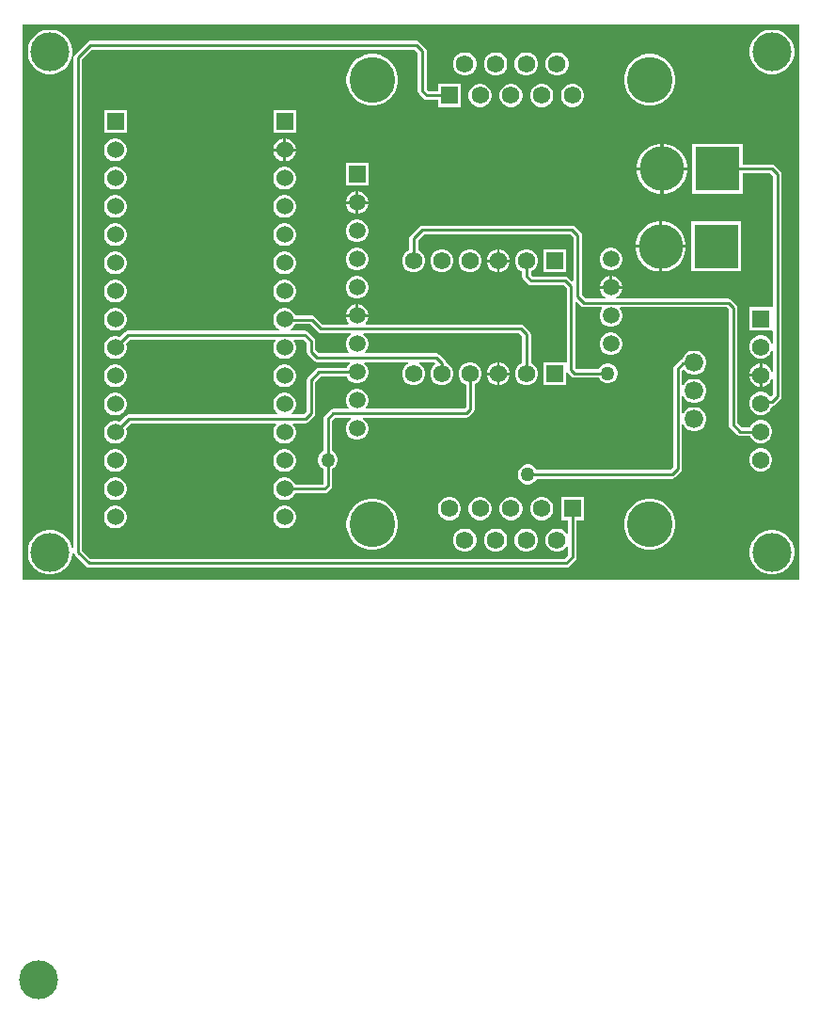
<source format=gbl>
G04*
G04 #@! TF.GenerationSoftware,Altium Limited,Altium Designer,22.8.2 (66)*
G04*
G04 Layer_Physical_Order=2*
G04 Layer_Color=16711680*
%FSLAX42Y42*%
%MOMM*%
G71*
G04*
G04 #@! TF.SameCoordinates,4D0E1578-71B7-4E3A-80EC-8B728BAD2CF4*
G04*
G04*
G04 #@! TF.FilePolarity,Positive*
G04*
G01*
G75*
%ADD13C,0.25*%
%ADD35C,4.12*%
%ADD36R,1.58X1.58*%
%ADD37C,1.58*%
%ADD38R,1.51X1.51*%
%ADD39C,1.51*%
%ADD40C,1.53*%
%ADD41R,1.53X1.53*%
%ADD42R,1.56X1.56*%
%ADD43C,1.56*%
%ADD44C,4.00*%
%ADD45R,4.00X4.00*%
%ADD46C,3.50*%
%ADD47R,1.56X1.56*%
%ADD48C,1.68*%
%ADD49C,1.27*%
G36*
X7000D02*
X0D01*
Y5000D01*
X7000D01*
Y0D01*
D02*
G37*
%LPC*%
G36*
X6770Y4950D02*
X6730D01*
X6692Y4943D01*
X6655Y4928D01*
X6622Y4906D01*
X6594Y4878D01*
X6572Y4845D01*
X6557Y4808D01*
X6550Y4770D01*
Y4730D01*
X6557Y4692D01*
X6572Y4655D01*
X6594Y4622D01*
X6622Y4594D01*
X6655Y4572D01*
X6692Y4557D01*
X6730Y4550D01*
X6770D01*
X6808Y4557D01*
X6845Y4572D01*
X6878Y4594D01*
X6906Y4622D01*
X6928Y4655D01*
X6943Y4692D01*
X6950Y4730D01*
Y4770D01*
X6943Y4808D01*
X6928Y4845D01*
X6906Y4878D01*
X6878Y4906D01*
X6845Y4928D01*
X6808Y4943D01*
X6770Y4950D01*
D02*
G37*
G36*
X270D02*
X230D01*
X192Y4943D01*
X155Y4928D01*
X122Y4906D01*
X94Y4878D01*
X72Y4845D01*
X57Y4808D01*
X50Y4770D01*
Y4730D01*
X57Y4692D01*
X72Y4655D01*
X94Y4622D01*
X122Y4594D01*
X155Y4572D01*
X192Y4557D01*
X230Y4550D01*
X270D01*
X308Y4557D01*
X345Y4572D01*
X378Y4594D01*
X406Y4622D01*
X428Y4655D01*
X443Y4692D01*
X450Y4730D01*
Y4770D01*
X443Y4808D01*
X428Y4845D01*
X406Y4878D01*
X378Y4906D01*
X345Y4928D01*
X308Y4943D01*
X270Y4950D01*
D02*
G37*
G36*
X4829Y4746D02*
X4802D01*
X4775Y4739D01*
X4752Y4725D01*
X4732Y4706D01*
X4718Y4682D01*
X4711Y4656D01*
Y4628D01*
X4718Y4602D01*
X4732Y4578D01*
X4752Y4559D01*
X4775Y4545D01*
X4802Y4538D01*
X4829D01*
X4856Y4545D01*
X4879Y4559D01*
X4899Y4578D01*
X4913Y4602D01*
X4920Y4628D01*
Y4656D01*
X4913Y4682D01*
X4899Y4706D01*
X4879Y4725D01*
X4856Y4739D01*
X4829Y4746D01*
D02*
G37*
G36*
X4552D02*
X4525D01*
X4498Y4739D01*
X4475Y4725D01*
X4455Y4706D01*
X4441Y4682D01*
X4434Y4656D01*
Y4628D01*
X4441Y4602D01*
X4455Y4578D01*
X4475Y4559D01*
X4498Y4545D01*
X4525Y4538D01*
X4552D01*
X4579Y4545D01*
X4602Y4559D01*
X4622Y4578D01*
X4636Y4602D01*
X4643Y4628D01*
Y4656D01*
X4636Y4682D01*
X4622Y4706D01*
X4602Y4725D01*
X4579Y4739D01*
X4552Y4746D01*
D02*
G37*
G36*
X4275D02*
X4248D01*
X4221Y4739D01*
X4198Y4725D01*
X4178Y4706D01*
X4164Y4682D01*
X4157Y4656D01*
Y4628D01*
X4164Y4602D01*
X4178Y4578D01*
X4198Y4559D01*
X4221Y4545D01*
X4248Y4538D01*
X4275D01*
X4302Y4545D01*
X4325Y4559D01*
X4345Y4578D01*
X4359Y4602D01*
X4366Y4628D01*
Y4656D01*
X4359Y4682D01*
X4345Y4706D01*
X4325Y4725D01*
X4302Y4739D01*
X4275Y4746D01*
D02*
G37*
G36*
X3998D02*
X3971D01*
X3944Y4739D01*
X3921Y4725D01*
X3901Y4706D01*
X3887Y4682D01*
X3880Y4656D01*
Y4628D01*
X3887Y4602D01*
X3901Y4578D01*
X3921Y4559D01*
X3944Y4545D01*
X3971Y4538D01*
X3998D01*
X4025Y4545D01*
X4048Y4559D01*
X4068Y4578D01*
X4082Y4602D01*
X4089Y4628D01*
Y4656D01*
X4082Y4682D01*
X4068Y4706D01*
X4048Y4725D01*
X4025Y4739D01*
X3998Y4746D01*
D02*
G37*
G36*
X5672Y4731D02*
X5627D01*
X5582Y4722D01*
X5540Y4705D01*
X5502Y4680D01*
X5470Y4647D01*
X5445Y4610D01*
X5427Y4567D01*
X5418Y4523D01*
Y4477D01*
X5427Y4433D01*
X5445Y4390D01*
X5470Y4353D01*
X5502Y4320D01*
X5540Y4295D01*
X5582Y4278D01*
X5627Y4269D01*
X5672D01*
X5717Y4278D01*
X5759Y4295D01*
X5797Y4320D01*
X5829Y4353D01*
X5854Y4390D01*
X5872Y4433D01*
X5881Y4477D01*
Y4523D01*
X5872Y4567D01*
X5854Y4610D01*
X5829Y4647D01*
X5797Y4680D01*
X5759Y4705D01*
X5717Y4722D01*
X5672Y4731D01*
D02*
G37*
G36*
X3173D02*
X3128D01*
X3083Y4722D01*
X3041Y4705D01*
X3003Y4680D01*
X2971Y4647D01*
X2946Y4610D01*
X2928Y4567D01*
X2919Y4523D01*
Y4477D01*
X2928Y4433D01*
X2946Y4390D01*
X2971Y4353D01*
X3003Y4320D01*
X3041Y4295D01*
X3083Y4278D01*
X3128Y4269D01*
X3173D01*
X3218Y4278D01*
X3260Y4295D01*
X3298Y4320D01*
X3330Y4353D01*
X3355Y4390D01*
X3373Y4433D01*
X3382Y4477D01*
Y4523D01*
X3373Y4567D01*
X3355Y4610D01*
X3330Y4647D01*
X3298Y4680D01*
X3260Y4705D01*
X3218Y4722D01*
X3173Y4731D01*
D02*
G37*
G36*
X4968Y4462D02*
X4940D01*
X4914Y4455D01*
X4890Y4441D01*
X4871Y4422D01*
X4857Y4398D01*
X4850Y4372D01*
Y4344D01*
X4857Y4318D01*
X4871Y4294D01*
X4890Y4275D01*
X4914Y4261D01*
X4940Y4254D01*
X4968D01*
X4994Y4261D01*
X5018Y4275D01*
X5037Y4294D01*
X5051Y4318D01*
X5058Y4344D01*
Y4372D01*
X5051Y4398D01*
X5037Y4422D01*
X5018Y4441D01*
X4994Y4455D01*
X4968Y4462D01*
D02*
G37*
G36*
X4691D02*
X4663D01*
X4637Y4455D01*
X4613Y4441D01*
X4594Y4422D01*
X4580Y4398D01*
X4573Y4372D01*
Y4344D01*
X4580Y4318D01*
X4594Y4294D01*
X4613Y4275D01*
X4637Y4261D01*
X4663Y4254D01*
X4691D01*
X4717Y4261D01*
X4741Y4275D01*
X4760Y4294D01*
X4774Y4318D01*
X4781Y4344D01*
Y4372D01*
X4774Y4398D01*
X4760Y4422D01*
X4741Y4441D01*
X4717Y4455D01*
X4691Y4462D01*
D02*
G37*
G36*
X4414D02*
X4386D01*
X4360Y4455D01*
X4336Y4441D01*
X4317Y4422D01*
X4303Y4398D01*
X4296Y4372D01*
Y4344D01*
X4303Y4318D01*
X4317Y4294D01*
X4336Y4275D01*
X4360Y4261D01*
X4386Y4254D01*
X4414D01*
X4440Y4261D01*
X4464Y4275D01*
X4483Y4294D01*
X4497Y4318D01*
X4504Y4344D01*
Y4372D01*
X4497Y4398D01*
X4483Y4422D01*
X4464Y4441D01*
X4440Y4455D01*
X4414Y4462D01*
D02*
G37*
G36*
X4137D02*
X4109D01*
X4083Y4455D01*
X4059Y4441D01*
X4040Y4422D01*
X4026Y4398D01*
X4019Y4372D01*
Y4344D01*
X4026Y4318D01*
X4040Y4294D01*
X4059Y4275D01*
X4083Y4261D01*
X4109Y4254D01*
X4137D01*
X4163Y4261D01*
X4187Y4275D01*
X4206Y4294D01*
X4220Y4318D01*
X4227Y4344D01*
Y4372D01*
X4220Y4398D01*
X4206Y4422D01*
X4187Y4441D01*
X4163Y4455D01*
X4137Y4462D01*
D02*
G37*
G36*
X3549Y4849D02*
X610D01*
X595Y4846D01*
X583Y4838D01*
X473Y4727D01*
X464Y4715D01*
X461Y4700D01*
Y281D01*
X448Y280D01*
X443Y308D01*
X428Y345D01*
X406Y378D01*
X378Y406D01*
X345Y428D01*
X308Y443D01*
X270Y450D01*
X230D01*
X192Y443D01*
X155Y428D01*
X122Y406D01*
X94Y378D01*
X72Y345D01*
X57Y308D01*
X50Y270D01*
Y230D01*
X57Y192D01*
X72Y155D01*
X94Y122D01*
X122Y94D01*
X155Y72D01*
X192Y57D01*
X230Y50D01*
X270D01*
X308Y57D01*
X345Y72D01*
X378Y94D01*
X406Y122D01*
X428Y155D01*
X443Y192D01*
X450Y230D01*
Y239D01*
X463Y240D01*
X464Y235D01*
X473Y223D01*
X573Y123D01*
X585Y114D01*
X600Y111D01*
X4900D01*
X4915Y114D01*
X4927Y123D01*
X4981Y177D01*
X4990Y189D01*
X4993Y204D01*
Y538D01*
X5058D01*
Y746D01*
X4850D01*
Y538D01*
X4915D01*
Y419D01*
X4902Y416D01*
X4899Y422D01*
X4879Y441D01*
X4856Y455D01*
X4829Y462D01*
X4802D01*
X4775Y455D01*
X4752Y441D01*
X4732Y422D01*
X4718Y398D01*
X4711Y372D01*
Y344D01*
X4718Y318D01*
X4732Y294D01*
X4752Y275D01*
X4775Y261D01*
X4802Y254D01*
X4829D01*
X4856Y261D01*
X4879Y275D01*
X4899Y294D01*
X4902Y300D01*
X4915Y297D01*
Y220D01*
X4884Y189D01*
X616D01*
X539Y266D01*
Y4684D01*
X626Y4771D01*
X3533D01*
X3561Y4743D01*
Y4400D01*
X3564Y4385D01*
X3573Y4373D01*
X3615Y4331D01*
X3627Y4322D01*
X3642Y4319D01*
X3742D01*
Y4254D01*
X3950D01*
Y4462D01*
X3742D01*
Y4397D01*
X3658D01*
X3639Y4416D01*
Y4759D01*
X3636Y4774D01*
X3627Y4786D01*
X3576Y4838D01*
X3564Y4846D01*
X3549Y4849D01*
D02*
G37*
G36*
X2464Y4223D02*
X2260D01*
Y4020D01*
X2464D01*
Y4223D01*
D02*
G37*
G36*
X940D02*
X736D01*
Y4020D01*
X940D01*
Y4223D01*
D02*
G37*
G36*
X2375Y3969D02*
X2375D01*
Y3880D01*
X2464D01*
Y3881D01*
X2457Y3907D01*
X2444Y3930D01*
X2425Y3949D01*
X2401Y3962D01*
X2375Y3969D01*
D02*
G37*
G36*
X2349D02*
X2349D01*
X2323Y3962D01*
X2299Y3949D01*
X2280Y3930D01*
X2267Y3907D01*
X2260Y3881D01*
Y3880D01*
X2349D01*
Y3969D01*
D02*
G37*
G36*
X2464Y3855D02*
X2375D01*
Y3766D01*
X2375D01*
X2401Y3773D01*
X2425Y3786D01*
X2444Y3805D01*
X2457Y3828D01*
X2464Y3854D01*
Y3855D01*
D02*
G37*
G36*
X2349D02*
X2260D01*
Y3854D01*
X2267Y3828D01*
X2280Y3805D01*
X2299Y3786D01*
X2323Y3773D01*
X2349Y3766D01*
X2349D01*
Y3855D01*
D02*
G37*
G36*
X851Y3969D02*
X825D01*
X799Y3962D01*
X775Y3949D01*
X756Y3930D01*
X743Y3907D01*
X736Y3881D01*
Y3854D01*
X743Y3828D01*
X756Y3805D01*
X775Y3786D01*
X799Y3773D01*
X825Y3766D01*
X851D01*
X877Y3773D01*
X901Y3786D01*
X920Y3805D01*
X933Y3828D01*
X940Y3854D01*
Y3881D01*
X933Y3907D01*
X920Y3930D01*
X901Y3949D01*
X877Y3962D01*
X851Y3969D01*
D02*
G37*
G36*
X5782Y3925D02*
X5773D01*
Y3713D01*
X5985D01*
Y3722D01*
X5977Y3766D01*
X5960Y3807D01*
X5935Y3844D01*
X5904Y3875D01*
X5867Y3900D01*
X5826Y3917D01*
X5782Y3925D01*
D02*
G37*
G36*
X5747D02*
X5738D01*
X5694Y3917D01*
X5653Y3900D01*
X5616Y3875D01*
X5585Y3844D01*
X5560Y3807D01*
X5543Y3766D01*
X5535Y3722D01*
Y3713D01*
X5747D01*
Y3925D01*
D02*
G37*
G36*
X3115Y3749D02*
X2913D01*
Y3547D01*
X3115D01*
Y3749D01*
D02*
G37*
G36*
X2375Y3715D02*
X2349D01*
X2323Y3708D01*
X2299Y3695D01*
X2280Y3676D01*
X2267Y3653D01*
X2260Y3627D01*
Y3600D01*
X2267Y3574D01*
X2280Y3551D01*
X2299Y3532D01*
X2323Y3519D01*
X2349Y3512D01*
X2375D01*
X2401Y3519D01*
X2425Y3532D01*
X2444Y3551D01*
X2457Y3574D01*
X2464Y3600D01*
Y3627D01*
X2457Y3653D01*
X2444Y3676D01*
X2425Y3695D01*
X2401Y3708D01*
X2375Y3715D01*
D02*
G37*
G36*
X851D02*
X825D01*
X799Y3708D01*
X775Y3695D01*
X756Y3676D01*
X743Y3653D01*
X736Y3627D01*
Y3600D01*
X743Y3574D01*
X756Y3551D01*
X775Y3532D01*
X799Y3519D01*
X825Y3512D01*
X851D01*
X877Y3519D01*
X901Y3532D01*
X920Y3551D01*
X933Y3574D01*
X940Y3600D01*
Y3627D01*
X933Y3653D01*
X920Y3676D01*
X901Y3695D01*
X877Y3708D01*
X851Y3715D01*
D02*
G37*
G36*
X5985Y3687D02*
X5773D01*
Y3475D01*
X5782D01*
X5826Y3483D01*
X5867Y3500D01*
X5904Y3525D01*
X5935Y3556D01*
X5960Y3593D01*
X5977Y3634D01*
X5985Y3678D01*
Y3687D01*
D02*
G37*
G36*
X5747D02*
X5535D01*
Y3678D01*
X5543Y3634D01*
X5560Y3593D01*
X5585Y3556D01*
X5616Y3525D01*
X5653Y3500D01*
X5694Y3483D01*
X5738Y3475D01*
X5747D01*
Y3687D01*
D02*
G37*
G36*
X3027Y3495D02*
X3027D01*
Y3407D01*
X3115D01*
Y3407D01*
X3108Y3433D01*
X3095Y3456D01*
X3076Y3475D01*
X3053Y3488D01*
X3027Y3495D01*
D02*
G37*
G36*
X3001D02*
X3001D01*
X2975Y3488D01*
X2952Y3475D01*
X2933Y3456D01*
X2920Y3433D01*
X2913Y3407D01*
Y3407D01*
X3001D01*
Y3495D01*
D02*
G37*
G36*
X3115Y3381D02*
X3027D01*
Y3293D01*
X3027D01*
X3053Y3300D01*
X3076Y3313D01*
X3095Y3332D01*
X3108Y3355D01*
X3115Y3381D01*
Y3381D01*
D02*
G37*
G36*
X3001D02*
X2913D01*
Y3381D01*
X2920Y3355D01*
X2933Y3332D01*
X2952Y3313D01*
X2975Y3300D01*
X3001Y3293D01*
X3001D01*
Y3381D01*
D02*
G37*
G36*
X2375Y3461D02*
X2349D01*
X2323Y3454D01*
X2299Y3441D01*
X2280Y3422D01*
X2267Y3399D01*
X2260Y3373D01*
Y3346D01*
X2267Y3320D01*
X2280Y3297D01*
X2299Y3278D01*
X2323Y3265D01*
X2349Y3258D01*
X2375D01*
X2401Y3265D01*
X2425Y3278D01*
X2444Y3297D01*
X2457Y3320D01*
X2464Y3346D01*
Y3373D01*
X2457Y3399D01*
X2444Y3422D01*
X2425Y3441D01*
X2401Y3454D01*
X2375Y3461D01*
D02*
G37*
G36*
X851D02*
X825D01*
X799Y3454D01*
X775Y3441D01*
X756Y3422D01*
X743Y3399D01*
X736Y3373D01*
Y3346D01*
X743Y3320D01*
X756Y3297D01*
X775Y3278D01*
X799Y3265D01*
X825Y3258D01*
X851D01*
X877Y3265D01*
X901Y3278D01*
X920Y3297D01*
X933Y3320D01*
X940Y3346D01*
Y3373D01*
X933Y3399D01*
X920Y3422D01*
X901Y3441D01*
X877Y3454D01*
X851Y3461D01*
D02*
G37*
G36*
X3027Y3241D02*
X3001D01*
X2975Y3234D01*
X2952Y3221D01*
X2933Y3202D01*
X2920Y3179D01*
X2913Y3153D01*
Y3127D01*
X2920Y3101D01*
X2933Y3078D01*
X2952Y3059D01*
X2975Y3046D01*
X3001Y3039D01*
X3027D01*
X3053Y3046D01*
X3076Y3059D01*
X3095Y3078D01*
X3108Y3101D01*
X3115Y3127D01*
Y3153D01*
X3108Y3179D01*
X3095Y3202D01*
X3076Y3221D01*
X3053Y3234D01*
X3027Y3241D01*
D02*
G37*
G36*
X5772Y3225D02*
X5763D01*
Y3013D01*
X5975D01*
Y3022D01*
X5967Y3066D01*
X5950Y3107D01*
X5925Y3144D01*
X5894Y3175D01*
X5857Y3200D01*
X5816Y3217D01*
X5772Y3225D01*
D02*
G37*
G36*
X5737D02*
X5728D01*
X5684Y3217D01*
X5643Y3200D01*
X5606Y3175D01*
X5575Y3144D01*
X5550Y3107D01*
X5533Y3066D01*
X5525Y3022D01*
Y3013D01*
X5737D01*
Y3225D01*
D02*
G37*
G36*
X2375Y3207D02*
X2349D01*
X2323Y3200D01*
X2299Y3187D01*
X2280Y3168D01*
X2267Y3145D01*
X2260Y3119D01*
Y3092D01*
X2267Y3066D01*
X2280Y3043D01*
X2299Y3024D01*
X2323Y3011D01*
X2349Y3004D01*
X2375D01*
X2401Y3011D01*
X2425Y3024D01*
X2444Y3043D01*
X2457Y3066D01*
X2464Y3092D01*
Y3119D01*
X2457Y3145D01*
X2444Y3168D01*
X2425Y3187D01*
X2401Y3200D01*
X2375Y3207D01*
D02*
G37*
G36*
X851D02*
X825D01*
X799Y3200D01*
X775Y3187D01*
X756Y3168D01*
X743Y3145D01*
X736Y3119D01*
Y3092D01*
X743Y3066D01*
X756Y3043D01*
X775Y3024D01*
X799Y3011D01*
X825Y3004D01*
X851D01*
X877Y3011D01*
X901Y3024D01*
X920Y3043D01*
X933Y3066D01*
X940Y3092D01*
Y3119D01*
X933Y3145D01*
X920Y3168D01*
X901Y3187D01*
X877Y3200D01*
X851Y3207D01*
D02*
G37*
G36*
X4300Y2975D02*
X4299D01*
Y2884D01*
X4390D01*
Y2885D01*
X4383Y2911D01*
X4369Y2935D01*
X4350Y2954D01*
X4327Y2968D01*
X4300Y2975D01*
D02*
G37*
G36*
X4274D02*
X4273D01*
X4247Y2968D01*
X4223Y2954D01*
X4204Y2935D01*
X4190Y2911D01*
X4183Y2885D01*
Y2884D01*
X4274D01*
Y2975D01*
D02*
G37*
G36*
X5313Y2987D02*
X5287D01*
X5261Y2980D01*
X5238Y2967D01*
X5219Y2948D01*
X5206Y2925D01*
X5199Y2899D01*
Y2873D01*
X5206Y2847D01*
X5219Y2824D01*
X5238Y2805D01*
X5261Y2792D01*
X5287Y2785D01*
X5313D01*
X5339Y2792D01*
X5362Y2805D01*
X5381Y2824D01*
X5394Y2847D01*
X5401Y2873D01*
Y2899D01*
X5394Y2925D01*
X5381Y2948D01*
X5362Y2967D01*
X5339Y2980D01*
X5313Y2987D01*
D02*
G37*
G36*
X3027D02*
X3001D01*
X2975Y2980D01*
X2952Y2967D01*
X2933Y2948D01*
X2920Y2925D01*
X2913Y2899D01*
Y2873D01*
X2920Y2847D01*
X2933Y2824D01*
X2952Y2805D01*
X2975Y2792D01*
X3001Y2785D01*
X3027D01*
X3053Y2792D01*
X3076Y2805D01*
X3095Y2824D01*
X3108Y2847D01*
X3115Y2873D01*
Y2899D01*
X3108Y2925D01*
X3095Y2948D01*
X3076Y2967D01*
X3053Y2980D01*
X3027Y2987D01*
D02*
G37*
G36*
X6475Y3225D02*
X6025D01*
Y2775D01*
X6475D01*
Y3225D01*
D02*
G37*
G36*
X5975Y2987D02*
X5763D01*
Y2775D01*
X5772D01*
X5816Y2783D01*
X5857Y2800D01*
X5894Y2825D01*
X5925Y2856D01*
X5950Y2893D01*
X5967Y2934D01*
X5975Y2978D01*
Y2987D01*
D02*
G37*
G36*
X5737D02*
X5525D01*
Y2978D01*
X5533Y2934D01*
X5550Y2893D01*
X5575Y2856D01*
X5606Y2825D01*
X5643Y2800D01*
X5684Y2783D01*
X5728Y2775D01*
X5737D01*
Y2987D01*
D02*
G37*
G36*
X4898Y2975D02*
X4691D01*
Y2768D01*
X4898D01*
Y2975D01*
D02*
G37*
G36*
X4390Y2859D02*
X4299D01*
Y2768D01*
X4300D01*
X4327Y2775D01*
X4350Y2789D01*
X4369Y2808D01*
X4383Y2831D01*
X4390Y2858D01*
Y2859D01*
D02*
G37*
G36*
X4274D02*
X4183D01*
Y2858D01*
X4190Y2831D01*
X4204Y2808D01*
X4223Y2789D01*
X4247Y2775D01*
X4273Y2768D01*
X4274D01*
Y2859D01*
D02*
G37*
G36*
X4046Y2975D02*
X4019D01*
X3993Y2968D01*
X3969Y2954D01*
X3950Y2935D01*
X3936Y2911D01*
X3929Y2885D01*
Y2858D01*
X3936Y2831D01*
X3950Y2808D01*
X3969Y2789D01*
X3993Y2775D01*
X4019Y2768D01*
X4046D01*
X4073Y2775D01*
X4096Y2789D01*
X4115Y2808D01*
X4129Y2831D01*
X4136Y2858D01*
Y2885D01*
X4129Y2911D01*
X4115Y2935D01*
X4096Y2954D01*
X4073Y2968D01*
X4046Y2975D01*
D02*
G37*
G36*
X3792D02*
X3765D01*
X3739Y2968D01*
X3715Y2954D01*
X3696Y2935D01*
X3682Y2911D01*
X3675Y2885D01*
Y2858D01*
X3682Y2831D01*
X3696Y2808D01*
X3715Y2789D01*
X3739Y2775D01*
X3765Y2768D01*
X3792D01*
X3819Y2775D01*
X3842Y2789D01*
X3861Y2808D01*
X3875Y2831D01*
X3882Y2858D01*
Y2885D01*
X3875Y2911D01*
X3861Y2935D01*
X3842Y2954D01*
X3819Y2968D01*
X3792Y2975D01*
D02*
G37*
G36*
X2375Y2953D02*
X2349D01*
X2323Y2946D01*
X2299Y2933D01*
X2280Y2914D01*
X2267Y2891D01*
X2260Y2865D01*
Y2838D01*
X2267Y2812D01*
X2280Y2789D01*
X2299Y2770D01*
X2323Y2757D01*
X2349Y2750D01*
X2375D01*
X2401Y2757D01*
X2425Y2770D01*
X2444Y2789D01*
X2457Y2812D01*
X2464Y2838D01*
Y2865D01*
X2457Y2891D01*
X2444Y2914D01*
X2425Y2933D01*
X2401Y2946D01*
X2375Y2953D01*
D02*
G37*
G36*
X851D02*
X825D01*
X799Y2946D01*
X775Y2933D01*
X756Y2914D01*
X743Y2891D01*
X736Y2865D01*
Y2838D01*
X743Y2812D01*
X756Y2789D01*
X775Y2770D01*
X799Y2757D01*
X825Y2750D01*
X851D01*
X877Y2757D01*
X901Y2770D01*
X920Y2789D01*
X933Y2812D01*
X940Y2838D01*
Y2865D01*
X933Y2891D01*
X920Y2914D01*
X901Y2933D01*
X877Y2946D01*
X851Y2953D01*
D02*
G37*
G36*
X4950Y3189D02*
X3600D01*
X3585Y3186D01*
X3573Y3177D01*
X3497Y3102D01*
X3489Y3089D01*
X3486Y3075D01*
Y2968D01*
X3485Y2968D01*
X3461Y2954D01*
X3442Y2935D01*
X3428Y2911D01*
X3421Y2885D01*
Y2858D01*
X3428Y2831D01*
X3442Y2808D01*
X3461Y2789D01*
X3485Y2775D01*
X3511Y2768D01*
X3538D01*
X3565Y2775D01*
X3588Y2789D01*
X3607Y2808D01*
X3621Y2831D01*
X3628Y2858D01*
Y2885D01*
X3621Y2911D01*
X3607Y2935D01*
X3588Y2954D01*
X3565Y2968D01*
X3563Y2968D01*
Y3059D01*
X3616Y3111D01*
X4934D01*
X4961Y3084D01*
Y2690D01*
X4949Y2686D01*
X4917Y2717D01*
X4905Y2726D01*
X4890Y2729D01*
X4596D01*
X4579Y2746D01*
Y2775D01*
X4581Y2775D01*
X4604Y2789D01*
X4623Y2808D01*
X4637Y2831D01*
X4644Y2858D01*
Y2885D01*
X4637Y2911D01*
X4623Y2935D01*
X4604Y2954D01*
X4581Y2968D01*
X4554Y2975D01*
X4527D01*
X4501Y2968D01*
X4477Y2954D01*
X4458Y2935D01*
X4444Y2911D01*
X4437Y2885D01*
Y2858D01*
X4444Y2831D01*
X4458Y2808D01*
X4477Y2789D01*
X4501Y2775D01*
X4501Y2775D01*
Y2730D01*
X4504Y2715D01*
X4513Y2703D01*
X4553Y2663D01*
X4565Y2654D01*
X4580Y2651D01*
X4874D01*
X4901Y2624D01*
Y1970D01*
X4898Y1959D01*
X4888Y1959D01*
X4691D01*
Y1752D01*
X4898D01*
Y1861D01*
X4911Y1865D01*
X4913Y1863D01*
X4943Y1833D01*
X4955Y1824D01*
X4970Y1821D01*
X5190D01*
X5199Y1805D01*
X5215Y1789D01*
X5236Y1777D01*
X5258Y1771D01*
X5282D01*
X5304Y1777D01*
X5325Y1789D01*
X5341Y1805D01*
X5353Y1826D01*
X5359Y1848D01*
Y1872D01*
X5353Y1894D01*
X5341Y1915D01*
X5325Y1931D01*
X5304Y1943D01*
X5282Y1949D01*
X5258D01*
X5236Y1943D01*
X5215Y1931D01*
X5199Y1915D01*
X5190Y1899D01*
X4986D01*
X4979Y1906D01*
Y2500D01*
X4991Y2504D01*
X5031Y2464D01*
X5044Y2456D01*
X5058Y2453D01*
X5216D01*
X5220Y2441D01*
X5219Y2440D01*
X5206Y2417D01*
X5199Y2391D01*
Y2365D01*
X5206Y2339D01*
X5219Y2316D01*
X5238Y2297D01*
X5261Y2284D01*
X5287Y2277D01*
X5313D01*
X5339Y2284D01*
X5362Y2297D01*
X5381Y2316D01*
X5394Y2339D01*
X5401Y2365D01*
Y2391D01*
X5394Y2417D01*
X5381Y2440D01*
X5380Y2441D01*
X5384Y2453D01*
X6342D01*
X6361Y2434D01*
Y1400D01*
X6364Y1385D01*
X6373Y1373D01*
X6439Y1307D01*
X6451Y1298D01*
X6466Y1295D01*
X6553D01*
X6554Y1294D01*
X6567Y1271D01*
X6587Y1251D01*
X6610Y1238D01*
X6636Y1231D01*
X6664D01*
X6690Y1238D01*
X6713Y1251D01*
X6733Y1271D01*
X6746Y1294D01*
X6753Y1320D01*
Y1348D01*
X6746Y1374D01*
X6733Y1397D01*
X6713Y1417D01*
X6690Y1430D01*
X6664Y1437D01*
X6636D01*
X6610Y1430D01*
X6587Y1417D01*
X6567Y1397D01*
X6554Y1374D01*
X6553Y1373D01*
X6482D01*
X6439Y1416D01*
Y2450D01*
X6436Y2465D01*
X6427Y2477D01*
X6386Y2519D01*
X6373Y2527D01*
X6358Y2530D01*
X5351D01*
X5348Y2543D01*
X5362Y2551D01*
X5381Y2570D01*
X5394Y2593D01*
X5401Y2619D01*
Y2619D01*
X5300D01*
X5199D01*
Y2619D01*
X5206Y2593D01*
X5219Y2570D01*
X5238Y2551D01*
X5252Y2543D01*
X5249Y2530D01*
X5075D01*
X5039Y2566D01*
Y3100D01*
X5036Y3115D01*
X5027Y3127D01*
X4977Y3177D01*
X4965Y3186D01*
X4950Y3189D01*
D02*
G37*
G36*
X5313Y2733D02*
X5313D01*
Y2645D01*
X5401D01*
Y2645D01*
X5394Y2671D01*
X5381Y2694D01*
X5362Y2713D01*
X5339Y2726D01*
X5313Y2733D01*
D02*
G37*
G36*
X5287D02*
X5287D01*
X5261Y2726D01*
X5238Y2713D01*
X5219Y2694D01*
X5206Y2671D01*
X5199Y2645D01*
Y2645D01*
X5287D01*
Y2733D01*
D02*
G37*
G36*
X3027D02*
X3001D01*
X2975Y2726D01*
X2952Y2713D01*
X2933Y2694D01*
X2920Y2671D01*
X2913Y2645D01*
Y2619D01*
X2920Y2593D01*
X2933Y2570D01*
X2952Y2551D01*
X2975Y2538D01*
X3001Y2531D01*
X3027D01*
X3053Y2538D01*
X3076Y2551D01*
X3095Y2570D01*
X3108Y2593D01*
X3115Y2619D01*
Y2645D01*
X3108Y2671D01*
X3095Y2694D01*
X3076Y2713D01*
X3053Y2726D01*
X3027Y2733D01*
D02*
G37*
G36*
X2375Y2699D02*
X2349D01*
X2323Y2692D01*
X2299Y2679D01*
X2280Y2660D01*
X2267Y2637D01*
X2260Y2611D01*
Y2584D01*
X2267Y2558D01*
X2280Y2535D01*
X2299Y2516D01*
X2323Y2503D01*
X2349Y2496D01*
X2375D01*
X2401Y2503D01*
X2425Y2516D01*
X2444Y2535D01*
X2457Y2558D01*
X2464Y2584D01*
Y2611D01*
X2457Y2637D01*
X2444Y2660D01*
X2425Y2679D01*
X2401Y2692D01*
X2375Y2699D01*
D02*
G37*
G36*
X851D02*
X825D01*
X799Y2692D01*
X775Y2679D01*
X756Y2660D01*
X743Y2637D01*
X736Y2611D01*
Y2584D01*
X743Y2558D01*
X756Y2535D01*
X775Y2516D01*
X799Y2503D01*
X825Y2496D01*
X851D01*
X877Y2503D01*
X901Y2516D01*
X920Y2535D01*
X933Y2558D01*
X940Y2584D01*
Y2611D01*
X933Y2637D01*
X920Y2660D01*
X901Y2679D01*
X877Y2692D01*
X851Y2699D01*
D02*
G37*
G36*
X3027Y2479D02*
X3027D01*
Y2391D01*
X3115D01*
Y2391D01*
X3108Y2417D01*
X3095Y2440D01*
X3076Y2459D01*
X3053Y2472D01*
X3027Y2479D01*
D02*
G37*
G36*
X3001D02*
X3001D01*
X2975Y2472D01*
X2952Y2459D01*
X2933Y2440D01*
X2920Y2417D01*
X2913Y2391D01*
Y2391D01*
X3001D01*
Y2479D01*
D02*
G37*
G36*
X851Y2445D02*
X825D01*
X799Y2438D01*
X775Y2425D01*
X756Y2406D01*
X743Y2383D01*
X736Y2357D01*
Y2330D01*
X743Y2304D01*
X756Y2281D01*
X775Y2262D01*
X799Y2249D01*
X825Y2242D01*
X851D01*
X877Y2249D01*
X901Y2262D01*
X920Y2281D01*
X933Y2304D01*
X940Y2330D01*
Y2357D01*
X933Y2383D01*
X920Y2406D01*
X901Y2425D01*
X877Y2438D01*
X851Y2445D01*
D02*
G37*
G36*
X6485Y3925D02*
X6035D01*
Y3475D01*
X6485D01*
Y3661D01*
X6734D01*
X6761Y3634D01*
Y2463D01*
X6753Y2453D01*
X6748Y2453D01*
X6547D01*
Y2247D01*
X6748D01*
X6753Y2247D01*
X6761Y2237D01*
Y2130D01*
X6748Y2128D01*
X6746Y2136D01*
X6733Y2159D01*
X6713Y2179D01*
X6690Y2192D01*
X6664Y2199D01*
X6636D01*
X6610Y2192D01*
X6587Y2179D01*
X6567Y2159D01*
X6554Y2136D01*
X6547Y2110D01*
Y2082D01*
X6554Y2056D01*
X6567Y2033D01*
X6587Y2013D01*
X6610Y2000D01*
X6636Y1993D01*
X6664D01*
X6690Y2000D01*
X6713Y2013D01*
X6733Y2033D01*
X6746Y2056D01*
X6748Y2064D01*
X6761Y2062D01*
Y1876D01*
X6748Y1874D01*
X6746Y1882D01*
X6733Y1905D01*
X6713Y1925D01*
X6690Y1938D01*
X6664Y1945D01*
X6663D01*
Y1842D01*
Y1739D01*
X6664D01*
X6690Y1746D01*
X6713Y1759D01*
X6733Y1779D01*
X6746Y1802D01*
X6748Y1810D01*
X6761Y1808D01*
Y1666D01*
X6745Y1650D01*
X6733Y1651D01*
X6713Y1671D01*
X6690Y1684D01*
X6664Y1691D01*
X6636D01*
X6610Y1684D01*
X6587Y1671D01*
X6567Y1651D01*
X6554Y1628D01*
X6547Y1602D01*
Y1574D01*
X6554Y1548D01*
X6567Y1525D01*
X6587Y1505D01*
X6610Y1492D01*
X6636Y1485D01*
X6664D01*
X6690Y1492D01*
X6713Y1505D01*
X6733Y1525D01*
X6746Y1548D01*
X6750Y1562D01*
X6751D01*
X6766Y1565D01*
X6778Y1573D01*
X6827Y1623D01*
X6836Y1635D01*
X6839Y1650D01*
Y3650D01*
X6836Y3665D01*
X6827Y3677D01*
X6777Y3727D01*
X6765Y3736D01*
X6750Y3739D01*
X6485D01*
Y3925D01*
D02*
G37*
G36*
X5313Y2225D02*
X5287D01*
X5261Y2218D01*
X5238Y2205D01*
X5219Y2186D01*
X5206Y2163D01*
X5199Y2137D01*
Y2111D01*
X5206Y2085D01*
X5219Y2062D01*
X5238Y2043D01*
X5261Y2030D01*
X5287Y2023D01*
X5313D01*
X5339Y2030D01*
X5362Y2043D01*
X5381Y2062D01*
X5394Y2085D01*
X5401Y2111D01*
Y2137D01*
X5394Y2163D01*
X5381Y2186D01*
X5362Y2205D01*
X5339Y2218D01*
X5313Y2225D01*
D02*
G37*
G36*
X4300Y1959D02*
X4299D01*
Y1868D01*
X4390D01*
Y1869D01*
X4383Y1895D01*
X4369Y1919D01*
X4350Y1938D01*
X4327Y1952D01*
X4300Y1959D01*
D02*
G37*
G36*
X4274D02*
X4273D01*
X4247Y1952D01*
X4223Y1938D01*
X4204Y1919D01*
X4190Y1895D01*
X4183Y1869D01*
Y1868D01*
X4274D01*
Y1959D01*
D02*
G37*
G36*
X6637Y1945D02*
X6636D01*
X6610Y1938D01*
X6587Y1925D01*
X6567Y1905D01*
X6554Y1882D01*
X6547Y1856D01*
Y1855D01*
X6637D01*
Y1945D01*
D02*
G37*
G36*
X6064Y2063D02*
X6036D01*
X6008Y2056D01*
X5983Y2041D01*
X5963Y2021D01*
X5948Y1996D01*
X5946Y1988D01*
X5935Y1986D01*
X5923Y1977D01*
X5873Y1927D01*
X5864Y1915D01*
X5861Y1900D01*
Y1016D01*
X5834Y989D01*
X4630D01*
X4621Y1005D01*
X4605Y1021D01*
X4584Y1033D01*
X4562Y1039D01*
X4538D01*
X4516Y1033D01*
X4495Y1021D01*
X4479Y1005D01*
X4467Y984D01*
X4461Y962D01*
Y938D01*
X4467Y916D01*
X4479Y895D01*
X4495Y879D01*
X4516Y867D01*
X4538Y861D01*
X4562D01*
X4584Y867D01*
X4605Y879D01*
X4621Y895D01*
X4630Y911D01*
X5850D01*
X5865Y914D01*
X5877Y923D01*
X5927Y973D01*
X5936Y985D01*
X5939Y1000D01*
Y1395D01*
X5952Y1398D01*
X5963Y1379D01*
X5983Y1359D01*
X6008Y1344D01*
X6036Y1337D01*
X6064D01*
X6092Y1344D01*
X6117Y1359D01*
X6137Y1379D01*
X6152Y1404D01*
X6159Y1432D01*
Y1460D01*
X6152Y1488D01*
X6137Y1513D01*
X6117Y1533D01*
X6092Y1548D01*
X6064Y1555D01*
X6036D01*
X6008Y1548D01*
X5983Y1533D01*
X5963Y1513D01*
X5952Y1494D01*
X5939Y1497D01*
Y1649D01*
X5952Y1652D01*
X5963Y1633D01*
X5983Y1613D01*
X6008Y1598D01*
X6036Y1591D01*
X6064D01*
X6092Y1598D01*
X6117Y1613D01*
X6137Y1633D01*
X6152Y1658D01*
X6159Y1686D01*
Y1714D01*
X6152Y1742D01*
X6137Y1767D01*
X6117Y1787D01*
X6092Y1802D01*
X6064Y1809D01*
X6036D01*
X6008Y1802D01*
X5983Y1787D01*
X5963Y1767D01*
X5952Y1748D01*
X5939Y1751D01*
Y1884D01*
X5948Y1893D01*
X5960Y1891D01*
X5963Y1887D01*
X5983Y1867D01*
X6008Y1852D01*
X6036Y1845D01*
X6064D01*
X6092Y1852D01*
X6117Y1867D01*
X6137Y1887D01*
X6152Y1912D01*
X6159Y1940D01*
Y1968D01*
X6152Y1996D01*
X6137Y2021D01*
X6117Y2041D01*
X6092Y2056D01*
X6064Y2063D01*
D02*
G37*
G36*
X2375Y2445D02*
X2349D01*
X2323Y2438D01*
X2299Y2425D01*
X2280Y2406D01*
X2267Y2383D01*
X2260Y2357D01*
Y2330D01*
X2267Y2304D01*
X2280Y2281D01*
X2299Y2262D01*
X2310Y2256D01*
X2307Y2243D01*
X953D01*
X938Y2240D01*
X925Y2232D01*
X878Y2184D01*
X877Y2184D01*
X851Y2191D01*
X825D01*
X799Y2184D01*
X775Y2171D01*
X756Y2152D01*
X743Y2129D01*
X736Y2103D01*
Y2076D01*
X743Y2050D01*
X756Y2027D01*
X775Y2008D01*
X799Y1995D01*
X825Y1988D01*
X851D01*
X877Y1995D01*
X901Y2008D01*
X920Y2027D01*
X933Y2050D01*
X940Y2076D01*
Y2103D01*
X933Y2129D01*
X933Y2129D01*
X969Y2165D01*
X2277D01*
X2282Y2154D01*
X2280Y2152D01*
X2267Y2129D01*
X2260Y2103D01*
Y2076D01*
X2267Y2050D01*
X2280Y2027D01*
X2299Y2008D01*
X2323Y1995D01*
X2349Y1988D01*
X2375D01*
X2401Y1995D01*
X2425Y2008D01*
X2444Y2027D01*
X2457Y2050D01*
X2464Y2076D01*
Y2103D01*
X2457Y2129D01*
X2444Y2152D01*
X2442Y2154D01*
X2447Y2165D01*
X2530D01*
X2561Y2134D01*
Y2050D01*
X2564Y2035D01*
X2573Y2023D01*
X2623Y1973D01*
X2635Y1964D01*
X2650Y1961D01*
X2947D01*
X2950Y1948D01*
X2933Y1932D01*
X2920Y1909D01*
X2920Y1909D01*
X2670D01*
X2655Y1906D01*
X2643Y1897D01*
X2573Y1827D01*
X2564Y1815D01*
X2561Y1800D01*
Y1516D01*
X2534Y1489D01*
X2428D01*
X2426Y1502D01*
X2444Y1519D01*
X2457Y1542D01*
X2464Y1568D01*
Y1595D01*
X2457Y1621D01*
X2444Y1644D01*
X2425Y1663D01*
X2401Y1676D01*
X2375Y1683D01*
X2349D01*
X2323Y1676D01*
X2299Y1663D01*
X2280Y1644D01*
X2267Y1621D01*
X2260Y1595D01*
Y1568D01*
X2267Y1542D01*
X2280Y1519D01*
X2298Y1502D01*
X2296Y1489D01*
X960D01*
X946Y1486D01*
X933Y1477D01*
X878Y1422D01*
X877Y1422D01*
X851Y1429D01*
X825D01*
X799Y1422D01*
X775Y1409D01*
X756Y1390D01*
X743Y1367D01*
X736Y1341D01*
Y1314D01*
X743Y1288D01*
X756Y1265D01*
X775Y1246D01*
X799Y1233D01*
X825Y1226D01*
X851D01*
X877Y1233D01*
X901Y1246D01*
X920Y1265D01*
X933Y1288D01*
X940Y1314D01*
Y1341D01*
X933Y1367D01*
X933Y1367D01*
X977Y1411D01*
X2284D01*
X2289Y1398D01*
X2280Y1390D01*
X2267Y1367D01*
X2260Y1341D01*
Y1314D01*
X2267Y1288D01*
X2280Y1265D01*
X2299Y1246D01*
X2323Y1233D01*
X2349Y1226D01*
X2375D01*
X2401Y1233D01*
X2425Y1246D01*
X2444Y1265D01*
X2457Y1288D01*
X2464Y1314D01*
Y1341D01*
X2457Y1367D01*
X2444Y1390D01*
X2435Y1398D01*
X2440Y1411D01*
X2550D01*
X2565Y1414D01*
X2577Y1423D01*
X2627Y1473D01*
X2636Y1485D01*
X2639Y1500D01*
Y1784D01*
X2686Y1831D01*
X2920D01*
X2920Y1831D01*
X2933Y1808D01*
X2952Y1789D01*
X2975Y1776D01*
X3001Y1769D01*
X3027D01*
X3053Y1776D01*
X3076Y1789D01*
X3095Y1808D01*
X3108Y1831D01*
X3115Y1857D01*
Y1883D01*
X3108Y1909D01*
X3095Y1932D01*
X3078Y1948D01*
X3081Y1961D01*
X3476D01*
X3479Y1948D01*
X3461Y1938D01*
X3442Y1919D01*
X3428Y1895D01*
X3421Y1869D01*
Y1842D01*
X3428Y1815D01*
X3442Y1792D01*
X3461Y1773D01*
X3485Y1759D01*
X3511Y1752D01*
X3538D01*
X3565Y1759D01*
X3588Y1773D01*
X3607Y1792D01*
X3621Y1815D01*
X3628Y1842D01*
Y1869D01*
X3621Y1895D01*
X3607Y1919D01*
X3588Y1938D01*
X3570Y1948D01*
X3574Y1961D01*
X3712D01*
X3720Y1953D01*
X3718Y1940D01*
X3715Y1938D01*
X3696Y1919D01*
X3682Y1895D01*
X3675Y1869D01*
Y1842D01*
X3682Y1815D01*
X3696Y1792D01*
X3715Y1773D01*
X3739Y1759D01*
X3765Y1752D01*
X3792D01*
X3819Y1759D01*
X3842Y1773D01*
X3861Y1792D01*
X3875Y1815D01*
X3882Y1842D01*
Y1869D01*
X3875Y1895D01*
X3861Y1919D01*
X3842Y1938D01*
X3819Y1952D01*
X3817Y1952D01*
X3815Y1966D01*
X3806Y1979D01*
X3757Y2027D01*
X3745Y2036D01*
X3730Y2039D01*
X3089D01*
X3084Y2052D01*
X3095Y2062D01*
X3108Y2085D01*
X3115Y2111D01*
Y2137D01*
X3108Y2163D01*
X3095Y2186D01*
X3076Y2205D01*
X3069Y2208D01*
X3073Y2221D01*
X4474D01*
X4502Y2193D01*
Y1952D01*
X4501Y1952D01*
X4477Y1938D01*
X4458Y1919D01*
X4444Y1895D01*
X4437Y1869D01*
Y1842D01*
X4444Y1815D01*
X4458Y1792D01*
X4477Y1773D01*
X4501Y1759D01*
X4527Y1752D01*
X4554D01*
X4581Y1759D01*
X4604Y1773D01*
X4623Y1792D01*
X4637Y1815D01*
X4644Y1842D01*
Y1869D01*
X4637Y1895D01*
X4623Y1919D01*
X4604Y1938D01*
X4581Y1952D01*
X4579Y1952D01*
Y2209D01*
X4577Y2224D01*
X4568Y2237D01*
X4517Y2287D01*
X4505Y2296D01*
X4490Y2299D01*
X3094D01*
X3089Y2311D01*
X3095Y2316D01*
X3108Y2339D01*
X3115Y2365D01*
Y2365D01*
X3014D01*
X2913D01*
Y2365D01*
X2920Y2339D01*
X2933Y2316D01*
X2939Y2311D01*
X2934Y2299D01*
X2706D01*
X2637Y2367D01*
X2625Y2376D01*
X2610Y2379D01*
X2458D01*
X2457Y2383D01*
X2444Y2406D01*
X2425Y2425D01*
X2401Y2438D01*
X2375Y2445D01*
D02*
G37*
G36*
X4390Y1843D02*
X4299D01*
Y1752D01*
X4300D01*
X4327Y1759D01*
X4350Y1773D01*
X4369Y1792D01*
X4383Y1815D01*
X4390Y1842D01*
Y1843D01*
D02*
G37*
G36*
X4274D02*
X4183D01*
Y1842D01*
X4190Y1815D01*
X4204Y1792D01*
X4223Y1773D01*
X4247Y1759D01*
X4273Y1752D01*
X4274D01*
Y1843D01*
D02*
G37*
G36*
X6637Y1829D02*
X6547D01*
Y1828D01*
X6554Y1802D01*
X6567Y1779D01*
X6587Y1759D01*
X6610Y1746D01*
X6636Y1739D01*
X6637D01*
Y1829D01*
D02*
G37*
G36*
X2375Y1937D02*
X2349D01*
X2323Y1930D01*
X2299Y1917D01*
X2280Y1898D01*
X2267Y1875D01*
X2260Y1849D01*
Y1822D01*
X2267Y1796D01*
X2280Y1773D01*
X2299Y1754D01*
X2323Y1741D01*
X2349Y1734D01*
X2375D01*
X2401Y1741D01*
X2425Y1754D01*
X2444Y1773D01*
X2457Y1796D01*
X2464Y1822D01*
Y1849D01*
X2457Y1875D01*
X2444Y1898D01*
X2425Y1917D01*
X2401Y1930D01*
X2375Y1937D01*
D02*
G37*
G36*
X851D02*
X825D01*
X799Y1930D01*
X775Y1917D01*
X756Y1898D01*
X743Y1875D01*
X736Y1849D01*
Y1822D01*
X743Y1796D01*
X756Y1773D01*
X775Y1754D01*
X799Y1741D01*
X825Y1734D01*
X851D01*
X877Y1741D01*
X901Y1754D01*
X920Y1773D01*
X933Y1796D01*
X940Y1822D01*
Y1849D01*
X933Y1875D01*
X920Y1898D01*
X901Y1917D01*
X877Y1930D01*
X851Y1937D01*
D02*
G37*
G36*
X4046Y1959D02*
X4019D01*
X3993Y1952D01*
X3969Y1938D01*
X3950Y1919D01*
X3936Y1895D01*
X3929Y1869D01*
Y1842D01*
X3936Y1815D01*
X3950Y1792D01*
X3969Y1773D01*
X3993Y1759D01*
X3995Y1758D01*
Y1550D01*
X3984Y1539D01*
X3096D01*
X3091Y1551D01*
X3095Y1554D01*
X3108Y1577D01*
X3115Y1603D01*
Y1629D01*
X3108Y1655D01*
X3095Y1678D01*
X3076Y1697D01*
X3053Y1710D01*
X3027Y1717D01*
X3001D01*
X2975Y1710D01*
X2952Y1697D01*
X2933Y1678D01*
X2920Y1655D01*
X2913Y1629D01*
Y1603D01*
X2920Y1577D01*
X2933Y1554D01*
X2937Y1551D01*
X2932Y1539D01*
X2800D01*
X2785Y1536D01*
X2773Y1527D01*
X2723Y1477D01*
X2714Y1465D01*
X2711Y1450D01*
Y1160D01*
X2695Y1151D01*
X2679Y1135D01*
X2667Y1114D01*
X2661Y1092D01*
Y1068D01*
X2667Y1046D01*
X2679Y1025D01*
X2695Y1009D01*
X2711Y1000D01*
Y866D01*
X2703Y858D01*
X2457D01*
X2457Y859D01*
X2444Y882D01*
X2425Y901D01*
X2401Y914D01*
X2375Y921D01*
X2349D01*
X2323Y914D01*
X2299Y901D01*
X2280Y882D01*
X2267Y859D01*
X2260Y833D01*
Y806D01*
X2267Y780D01*
X2280Y757D01*
X2299Y738D01*
X2323Y725D01*
X2349Y718D01*
X2375D01*
X2401Y725D01*
X2425Y738D01*
X2444Y757D01*
X2457Y780D01*
X2457Y781D01*
X2719D01*
X2734Y784D01*
X2747Y792D01*
X2777Y823D01*
X2786Y835D01*
X2789Y850D01*
Y1000D01*
X2805Y1009D01*
X2821Y1025D01*
X2833Y1046D01*
X2839Y1068D01*
Y1092D01*
X2833Y1114D01*
X2821Y1135D01*
X2805Y1151D01*
X2789Y1160D01*
Y1434D01*
X2816Y1461D01*
X2959D01*
X2962Y1448D01*
X2952Y1443D01*
X2933Y1424D01*
X2920Y1401D01*
X2913Y1375D01*
Y1349D01*
X2920Y1323D01*
X2933Y1300D01*
X2952Y1281D01*
X2975Y1268D01*
X3001Y1261D01*
X3027D01*
X3053Y1268D01*
X3076Y1281D01*
X3095Y1300D01*
X3108Y1323D01*
X3115Y1349D01*
Y1375D01*
X3108Y1401D01*
X3095Y1424D01*
X3076Y1443D01*
X3066Y1448D01*
X3069Y1461D01*
X4000D01*
X4015Y1464D01*
X4027Y1473D01*
X4061Y1506D01*
X4070Y1519D01*
X4073Y1534D01*
Y1759D01*
X4096Y1773D01*
X4115Y1792D01*
X4129Y1815D01*
X4136Y1842D01*
Y1869D01*
X4129Y1895D01*
X4115Y1919D01*
X4096Y1938D01*
X4073Y1952D01*
X4046Y1959D01*
D02*
G37*
G36*
X851Y1683D02*
X825D01*
X799Y1676D01*
X775Y1663D01*
X756Y1644D01*
X743Y1621D01*
X736Y1595D01*
Y1568D01*
X743Y1542D01*
X756Y1519D01*
X775Y1500D01*
X799Y1487D01*
X825Y1480D01*
X851D01*
X877Y1487D01*
X901Y1500D01*
X920Y1519D01*
X933Y1542D01*
X940Y1568D01*
Y1595D01*
X933Y1621D01*
X920Y1644D01*
X901Y1663D01*
X877Y1676D01*
X851Y1683D01*
D02*
G37*
G36*
X6664Y1183D02*
X6636D01*
X6610Y1176D01*
X6587Y1163D01*
X6567Y1143D01*
X6554Y1120D01*
X6547Y1094D01*
Y1066D01*
X6554Y1040D01*
X6567Y1017D01*
X6587Y997D01*
X6610Y984D01*
X6636Y977D01*
X6664D01*
X6690Y984D01*
X6713Y997D01*
X6733Y1017D01*
X6746Y1040D01*
X6753Y1066D01*
Y1094D01*
X6746Y1120D01*
X6733Y1143D01*
X6713Y1163D01*
X6690Y1176D01*
X6664Y1183D01*
D02*
G37*
G36*
X2375Y1175D02*
X2349D01*
X2323Y1168D01*
X2299Y1155D01*
X2280Y1136D01*
X2267Y1113D01*
X2260Y1087D01*
Y1060D01*
X2267Y1034D01*
X2280Y1011D01*
X2299Y992D01*
X2323Y979D01*
X2349Y972D01*
X2375D01*
X2401Y979D01*
X2425Y992D01*
X2444Y1011D01*
X2457Y1034D01*
X2464Y1060D01*
Y1087D01*
X2457Y1113D01*
X2444Y1136D01*
X2425Y1155D01*
X2401Y1168D01*
X2375Y1175D01*
D02*
G37*
G36*
X851D02*
X825D01*
X799Y1168D01*
X775Y1155D01*
X756Y1136D01*
X743Y1113D01*
X736Y1087D01*
Y1060D01*
X743Y1034D01*
X756Y1011D01*
X775Y992D01*
X799Y979D01*
X825Y972D01*
X851D01*
X877Y979D01*
X901Y992D01*
X920Y1011D01*
X933Y1034D01*
X940Y1060D01*
Y1087D01*
X933Y1113D01*
X920Y1136D01*
X901Y1155D01*
X877Y1168D01*
X851Y1175D01*
D02*
G37*
G36*
Y921D02*
X825D01*
X799Y914D01*
X775Y901D01*
X756Y882D01*
X743Y859D01*
X736Y833D01*
Y806D01*
X743Y780D01*
X756Y757D01*
X775Y738D01*
X799Y725D01*
X825Y718D01*
X851D01*
X877Y725D01*
X901Y738D01*
X920Y757D01*
X933Y780D01*
X940Y806D01*
Y833D01*
X933Y859D01*
X920Y882D01*
X901Y901D01*
X877Y914D01*
X851Y921D01*
D02*
G37*
G36*
X4691Y746D02*
X4663D01*
X4637Y739D01*
X4613Y725D01*
X4594Y706D01*
X4580Y682D01*
X4573Y656D01*
Y628D01*
X4580Y602D01*
X4594Y578D01*
X4613Y559D01*
X4637Y545D01*
X4663Y538D01*
X4691D01*
X4717Y545D01*
X4741Y559D01*
X4760Y578D01*
X4774Y602D01*
X4781Y628D01*
Y656D01*
X4774Y682D01*
X4760Y706D01*
X4741Y725D01*
X4717Y739D01*
X4691Y746D01*
D02*
G37*
G36*
X4414D02*
X4386D01*
X4360Y739D01*
X4336Y725D01*
X4317Y706D01*
X4303Y682D01*
X4296Y656D01*
Y628D01*
X4303Y602D01*
X4317Y578D01*
X4336Y559D01*
X4360Y545D01*
X4386Y538D01*
X4414D01*
X4440Y545D01*
X4464Y559D01*
X4483Y578D01*
X4497Y602D01*
X4504Y628D01*
Y656D01*
X4497Y682D01*
X4483Y706D01*
X4464Y725D01*
X4440Y739D01*
X4414Y746D01*
D02*
G37*
G36*
X4137D02*
X4109D01*
X4083Y739D01*
X4059Y725D01*
X4040Y706D01*
X4026Y682D01*
X4019Y656D01*
Y628D01*
X4026Y602D01*
X4040Y578D01*
X4059Y559D01*
X4083Y545D01*
X4109Y538D01*
X4137D01*
X4163Y545D01*
X4187Y559D01*
X4206Y578D01*
X4220Y602D01*
X4227Y628D01*
Y656D01*
X4220Y682D01*
X4206Y706D01*
X4187Y725D01*
X4163Y739D01*
X4137Y746D01*
D02*
G37*
G36*
X3860D02*
X3832D01*
X3806Y739D01*
X3782Y725D01*
X3763Y706D01*
X3749Y682D01*
X3742Y656D01*
Y628D01*
X3749Y602D01*
X3763Y578D01*
X3782Y559D01*
X3806Y545D01*
X3832Y538D01*
X3860D01*
X3886Y545D01*
X3910Y559D01*
X3929Y578D01*
X3943Y602D01*
X3950Y628D01*
Y656D01*
X3943Y682D01*
X3929Y706D01*
X3910Y725D01*
X3886Y739D01*
X3860Y746D01*
D02*
G37*
G36*
X2375Y667D02*
X2349D01*
X2323Y660D01*
X2299Y647D01*
X2280Y628D01*
X2267Y605D01*
X2260Y579D01*
Y552D01*
X2267Y526D01*
X2280Y503D01*
X2299Y484D01*
X2323Y471D01*
X2349Y464D01*
X2375D01*
X2401Y471D01*
X2425Y484D01*
X2444Y503D01*
X2457Y526D01*
X2464Y552D01*
Y579D01*
X2457Y605D01*
X2444Y628D01*
X2425Y647D01*
X2401Y660D01*
X2375Y667D01*
D02*
G37*
G36*
X851D02*
X825D01*
X799Y660D01*
X775Y647D01*
X756Y628D01*
X743Y605D01*
X736Y579D01*
Y552D01*
X743Y526D01*
X756Y503D01*
X775Y484D01*
X799Y471D01*
X825Y464D01*
X851D01*
X877Y471D01*
X901Y484D01*
X920Y503D01*
X933Y526D01*
X940Y552D01*
Y579D01*
X933Y605D01*
X920Y628D01*
X901Y647D01*
X877Y660D01*
X851Y667D01*
D02*
G37*
G36*
X5672Y731D02*
X5627D01*
X5582Y722D01*
X5540Y705D01*
X5502Y680D01*
X5470Y647D01*
X5445Y610D01*
X5427Y567D01*
X5418Y523D01*
Y477D01*
X5427Y433D01*
X5445Y390D01*
X5470Y353D01*
X5502Y320D01*
X5540Y295D01*
X5582Y278D01*
X5627Y269D01*
X5672D01*
X5717Y278D01*
X5759Y295D01*
X5797Y320D01*
X5829Y353D01*
X5854Y390D01*
X5872Y433D01*
X5881Y477D01*
Y523D01*
X5872Y567D01*
X5854Y610D01*
X5829Y647D01*
X5797Y680D01*
X5759Y705D01*
X5717Y722D01*
X5672Y731D01*
D02*
G37*
G36*
X3173D02*
X3128D01*
X3083Y722D01*
X3041Y705D01*
X3003Y680D01*
X2971Y647D01*
X2946Y610D01*
X2928Y567D01*
X2919Y523D01*
Y477D01*
X2928Y433D01*
X2946Y390D01*
X2971Y353D01*
X3003Y320D01*
X3041Y295D01*
X3083Y278D01*
X3128Y269D01*
X3173D01*
X3218Y278D01*
X3260Y295D01*
X3298Y320D01*
X3330Y353D01*
X3355Y390D01*
X3373Y433D01*
X3382Y477D01*
Y523D01*
X3373Y567D01*
X3355Y610D01*
X3330Y647D01*
X3298Y680D01*
X3260Y705D01*
X3218Y722D01*
X3173Y731D01*
D02*
G37*
G36*
X4552Y462D02*
X4525D01*
X4498Y455D01*
X4475Y441D01*
X4455Y422D01*
X4441Y398D01*
X4434Y372D01*
Y344D01*
X4441Y318D01*
X4455Y294D01*
X4475Y275D01*
X4498Y261D01*
X4525Y254D01*
X4552D01*
X4579Y261D01*
X4602Y275D01*
X4622Y294D01*
X4636Y318D01*
X4643Y344D01*
Y372D01*
X4636Y398D01*
X4622Y422D01*
X4602Y441D01*
X4579Y455D01*
X4552Y462D01*
D02*
G37*
G36*
X4275D02*
X4248D01*
X4221Y455D01*
X4198Y441D01*
X4178Y422D01*
X4164Y398D01*
X4157Y372D01*
Y344D01*
X4164Y318D01*
X4178Y294D01*
X4198Y275D01*
X4221Y261D01*
X4248Y254D01*
X4275D01*
X4302Y261D01*
X4325Y275D01*
X4345Y294D01*
X4359Y318D01*
X4366Y344D01*
Y372D01*
X4359Y398D01*
X4345Y422D01*
X4325Y441D01*
X4302Y455D01*
X4275Y462D01*
D02*
G37*
G36*
X3998D02*
X3971D01*
X3944Y455D01*
X3921Y441D01*
X3901Y422D01*
X3887Y398D01*
X3880Y372D01*
Y344D01*
X3887Y318D01*
X3901Y294D01*
X3921Y275D01*
X3944Y261D01*
X3971Y254D01*
X3998D01*
X4025Y261D01*
X4048Y275D01*
X4068Y294D01*
X4082Y318D01*
X4089Y344D01*
Y372D01*
X4082Y398D01*
X4068Y422D01*
X4048Y441D01*
X4025Y455D01*
X3998Y462D01*
D02*
G37*
G36*
X6770Y450D02*
X6730D01*
X6692Y443D01*
X6655Y428D01*
X6622Y406D01*
X6594Y378D01*
X6572Y345D01*
X6557Y308D01*
X6550Y270D01*
Y230D01*
X6557Y192D01*
X6572Y155D01*
X6594Y122D01*
X6622Y94D01*
X6655Y72D01*
X6692Y57D01*
X6730Y50D01*
X6770D01*
X6808Y57D01*
X6845Y72D01*
X6878Y94D01*
X6906Y122D01*
X6928Y155D01*
X6943Y192D01*
X6950Y230D01*
Y270D01*
X6943Y308D01*
X6928Y345D01*
X6906Y378D01*
X6878Y406D01*
X6845Y428D01*
X6808Y443D01*
X6770Y450D01*
D02*
G37*
%LPD*%
G36*
X2663Y2233D02*
X2675Y2224D01*
X2690Y2221D01*
X2955D01*
X2959Y2208D01*
X2952Y2205D01*
X2933Y2186D01*
X2920Y2163D01*
X2913Y2137D01*
Y2111D01*
X2920Y2085D01*
X2933Y2062D01*
X2944Y2052D01*
X2939Y2039D01*
X2666D01*
X2639Y2066D01*
Y2150D01*
X2636Y2165D01*
X2627Y2177D01*
X2573Y2232D01*
X2561Y2240D01*
X2546Y2243D01*
X2417D01*
X2414Y2256D01*
X2425Y2262D01*
X2444Y2281D01*
X2455Y2301D01*
X2594D01*
X2663Y2233D01*
D02*
G37*
D13*
X4490Y2260D02*
X4541Y2209D01*
X2690Y2260D02*
X4490D01*
X4541Y1855D02*
Y2209D01*
X2610Y2340D02*
X2690Y2260D01*
X2362Y2343D02*
X2366Y2340D01*
X2610D01*
X4940Y1890D02*
Y2640D01*
X4890Y2690D02*
X4940Y2640D01*
X4580Y2690D02*
X4890D01*
X4540Y2730D02*
Y2871D01*
Y2730D02*
X4580Y2690D01*
X4540Y2871D02*
X4541Y2871D01*
X4940Y1890D02*
X4970Y1860D01*
X5270D01*
X838Y1327D02*
X960Y1450D01*
X2550D01*
X2600Y1500D01*
Y1800D01*
X2670Y1870D01*
X3014D01*
X500Y250D02*
Y4700D01*
X610Y4810D01*
X2719Y819D02*
X2750Y850D01*
Y1080D01*
X2362Y819D02*
X2719D01*
X6400Y1400D02*
Y2450D01*
X6466Y1334D02*
X6650D01*
X6400Y1400D02*
X6466Y1334D01*
X5058Y2492D02*
X6358D01*
X6400Y2450D01*
X5000Y2550D02*
Y3100D01*
X3600Y3150D02*
X4950D01*
X5000Y3100D01*
X3525Y2871D02*
Y3075D01*
X3600Y3150D01*
X5000Y2550D02*
X5058Y2492D01*
X600Y150D02*
X4900D01*
X500Y250D02*
X600Y150D01*
X610Y4810D02*
X3549D01*
X4900Y150D02*
X4954Y204D01*
Y642D01*
X3549Y4810D02*
X3600Y4759D01*
Y4400D02*
Y4759D01*
X3642Y4358D02*
X3846D01*
X3600Y4400D02*
X3642Y4358D01*
X3779Y1855D02*
Y1951D01*
X2650Y2000D02*
X3730D01*
X3779Y1855D02*
X3784Y1850D01*
X3730Y2000D02*
X3779Y1951D01*
X2546Y2204D02*
X2600Y2150D01*
X838Y2090D02*
X953Y2204D01*
X2546D01*
X2600Y2050D02*
Y2150D01*
Y2050D02*
X2650Y2000D01*
X6750Y3700D02*
X6800Y3650D01*
X6260Y3700D02*
X6750D01*
X6800Y1650D02*
Y3650D01*
X6650Y1588D02*
X6663Y1601D01*
X6751D01*
X6800Y1650D01*
X2800Y1500D02*
X4000D01*
X2750Y1080D02*
Y1450D01*
X2800Y1500D01*
X4034Y1534D02*
Y1846D01*
X4000Y1500D02*
X4034Y1534D01*
Y1846D02*
X4038Y1850D01*
X6046Y1950D02*
X6050Y1954D01*
X5950Y1950D02*
X6046D01*
X5900Y1900D02*
X5950Y1950D01*
X5900Y1000D02*
Y1900D01*
X5850Y950D02*
X5900Y1000D01*
X4550Y950D02*
X5850D01*
D35*
X5649Y500D02*
D03*
X3150D02*
D03*
X5649Y4500D02*
D03*
X3150D02*
D03*
D36*
X4954Y642D02*
D03*
X3846Y4358D02*
D03*
D37*
X4815Y358D02*
D03*
X4677Y642D02*
D03*
X4538Y358D02*
D03*
X4400Y642D02*
D03*
X4262Y358D02*
D03*
X4123Y642D02*
D03*
X3985Y358D02*
D03*
X3846Y642D02*
D03*
X4954Y4358D02*
D03*
X4815Y4642D02*
D03*
X4677Y4358D02*
D03*
X4538Y4642D02*
D03*
X4400Y4358D02*
D03*
X4262Y4642D02*
D03*
X4123Y4358D02*
D03*
X3985Y4642D02*
D03*
D38*
X3014Y3648D02*
D03*
D39*
Y3140D02*
D03*
Y2886D02*
D03*
Y2632D02*
D03*
Y2378D02*
D03*
Y2124D02*
D03*
Y1870D02*
D03*
Y1616D02*
D03*
Y1362D02*
D03*
Y3394D02*
D03*
X5300Y2886D02*
D03*
Y2632D02*
D03*
Y2378D02*
D03*
Y2124D02*
D03*
D40*
X838Y566D02*
D03*
Y819D02*
D03*
Y1073D02*
D03*
Y1327D02*
D03*
Y1581D02*
D03*
Y1835D02*
D03*
Y2090D02*
D03*
Y2343D02*
D03*
Y2598D02*
D03*
Y2851D02*
D03*
Y3106D02*
D03*
Y3360D02*
D03*
Y3613D02*
D03*
Y3867D02*
D03*
X2362Y566D02*
D03*
Y819D02*
D03*
Y1073D02*
D03*
Y1327D02*
D03*
Y1581D02*
D03*
Y1835D02*
D03*
Y2090D02*
D03*
Y2343D02*
D03*
Y2598D02*
D03*
Y2851D02*
D03*
Y3106D02*
D03*
Y3360D02*
D03*
Y3613D02*
D03*
Y3867D02*
D03*
D41*
X838Y4122D02*
D03*
X2362D02*
D03*
D42*
X4795Y2871D02*
D03*
Y1855D02*
D03*
D43*
X4287Y2871D02*
D03*
X4033D02*
D03*
X3779D02*
D03*
X3525D02*
D03*
X4541D02*
D03*
Y1855D02*
D03*
X4287D02*
D03*
X4033D02*
D03*
X3779D02*
D03*
X3525D02*
D03*
X6650Y1080D02*
D03*
Y1334D02*
D03*
Y1588D02*
D03*
Y1842D02*
D03*
Y2096D02*
D03*
D44*
X5760Y3700D02*
D03*
X5750Y3000D02*
D03*
D45*
X6260Y3700D02*
D03*
X6250Y3000D02*
D03*
D46*
X250Y250D02*
D03*
X6750D02*
D03*
Y4750D02*
D03*
X250D02*
D03*
X150Y-3600D02*
D03*
D47*
X6650Y2350D02*
D03*
D48*
X6050Y1954D02*
D03*
Y1446D02*
D03*
Y1700D02*
D03*
D49*
X5270Y1860D02*
D03*
X2750Y1080D02*
D03*
X4550Y950D02*
D03*
M02*

</source>
